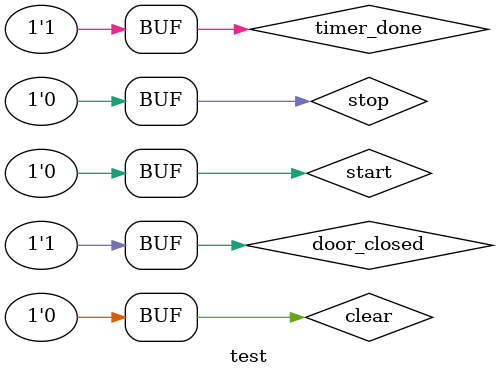
<source format=sv>
module test;

  reg start, stop, clear, door_closed, timer_done;
  wire Enabler;
  
  MagnetronControl dut(start, stop, clear, door_closed, timer_done, Enabler);

  initial begin
    $dumpfile("MagnetronControl.vcd");
	$dumpvars(0, test);
    start = 1; stop = 0; clear = 0; door_closed = 1; timer_done = 0; #10; //start
	start = 0; stop = 0; clear = 0; door_closed = 1; timer_done = 0; #10; //keepsON
    start = 1; stop = 0; clear = 0; door_closed = 0; timer_done = 0; #10; //Doortest
    start = 0; stop = 0; clear = 0; door_closed = 0; timer_done = 0; #10; //Transiçã
    start = 1; stop = 0; clear = 0; door_closed = 1; timer_done = 0; #10; //start
    start = 0; stop = 1; clear = 0; door_closed = 1; timer_done = 0; #10; //stoptest
    start = 1; stop = 0; clear = 0; door_closed = 1; timer_done = 0; #10; //start
    start = 0; stop = 0; clear = 1; door_closed = 1; timer_done = 0; #10; //cleartes
    start = 1; stop = 0; clear = 0; door_closed = 1; timer_done = 0; #10; //start
    start = 0; stop = 0; clear = 0; door_closed = 1; timer_done = 1; #10; //timertes
 

  
  end
endmodule
</source>
